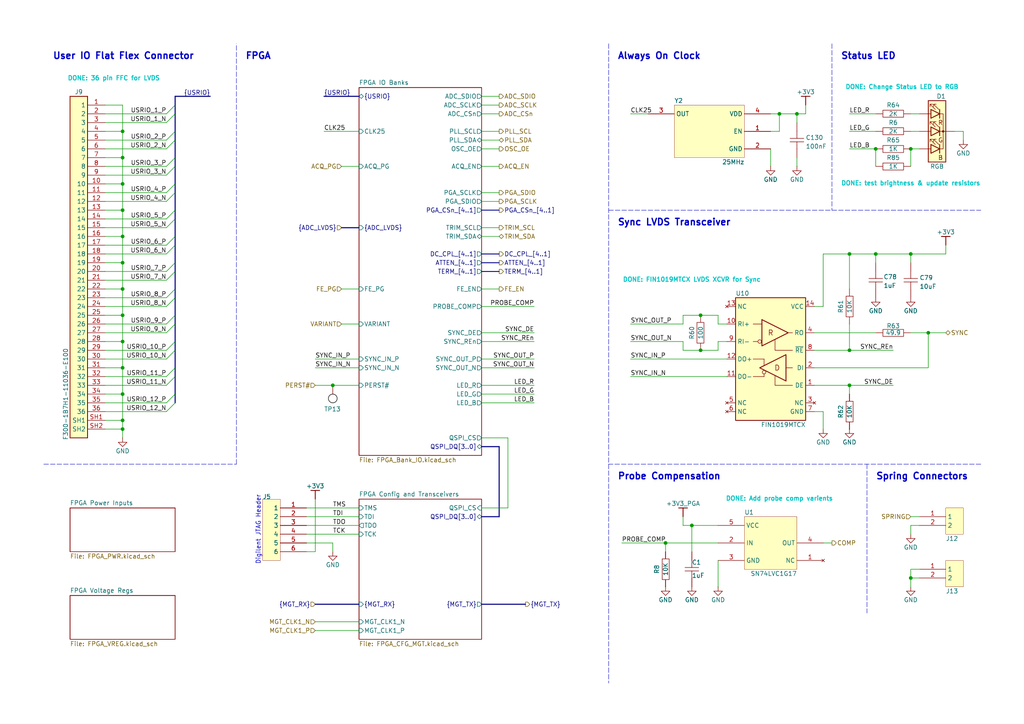
<source format=kicad_sch>
(kicad_sch (version 20250114) (generator "eeschema") (generator_version "9.0")
  (paper "A4")
  (title_block (title "ThunderScope") (rev "5") (company "EEVengers") (comment 1 "Aleksa Bjelogrlic"))
  (lib_symbols
    (symbol "Thunderscope_Rev5:+3V3_BAR" (power)
      (property "Value" "+3V3" (at 0 -3.81 0))
      (symbol "+3V3_BAR_0_0"
        (pin power_in line (at 0 0 0) (length 0) (hide yes) (name "+3V3") (number ""))
      )
    )
    (symbol "Thunderscope_Rev5:+3V3_IO_BAR" (power)
      (property "Value" "+3V3_IO" (at 0 -3.81 0))
      (symbol "+3V3_IO_BAR_0_0"
        (pin power_in line (at 0 0 0) (length 0) (hide yes) (name "+3V3_IO") (number ""))
      )
    )
    (symbol "Thunderscope_Rev5:+3V3_PGA_BAR" (power)
      (property "Value" "+3V3_PGA" (at 0 -3.81 0))
      (symbol "+3V3_PGA_BAR_0_0"
        (pin power_in line (at 0 0 0) (length 0) (hide yes) (name "+3V3_PGA") (number ""))
      )
    )
    (symbol "Thunderscope_Rev5:CAP 100nF 16V X7R 0402" (pin_numbers (hide yes)) (pin_names (hide yes))
      (property "Reference" "C" (at 0 0 0))
      (property "Value" "100nF" (at 0 0 0))
      (symbol "CAP 100nF 16V X7R 0402_1_0"
        (pin passive line (at 0 5.08 270) (length 2.54) (name "2") (number "2"))
        (pin passive line (at 0 -5.08 90) (length 2.54) (name "1") (number "1"))
      )
    )
    (symbol "Thunderscope_Rev5:CAP 10uF 25V X5R 0603" (pin_numbers (hide yes)) (pin_names (hide yes))
      (property "Reference" "C" (at 0 0 0))
      (property "Value" "10uF" (at 0 0 0))
      (symbol "CAP 10uF 25V X5R 0603_1_0"
        (pin passive line (at 0 5.08 270) (length 2.54) (name "2") (number "2"))
        (pin passive line (at 0 -5.08 90) (length 2.54) (name "1") (number "1"))
      )
    )
    (symbol "Thunderscope_Rev5:CAP 1uF 25V X5R 0402" (pin_numbers (hide yes)) (pin_names (hide yes))
      (property "Reference" "C" (at 0 0 0))
      (property "Value" "1uF" (at 0 0 0))
      (symbol "CAP 1uF 25V X5R 0402_1_0"
        (pin passive line (at 0 5.08 270) (length 2.54) (name "1") (number "1"))
        (pin passive line (at 0 -5.08 90) (length 2.54) (name "2") (number "2"))
      )
    )
    (symbol "Thunderscope_Rev5:CONN 2.54mm 6 Pin TH RA"
      (property "Reference" "J" (at 0 0 0))
      (property "Value" "2.54mm 6 Pin TH" (at 0 0 0))
      (symbol "CONN 2.54mm 6 Pin TH RA_1_0"
        (pin passive line (at 10.16 2.54 180) (length 7.62) (name "1") (number "1"))
        (pin passive line (at 10.16 0 180) (length 7.62) (name "2") (number "2"))
        (pin passive line (at 10.16 -2.54 180) (length 7.62) (name "3") (number "3"))
        (pin passive line (at 10.16 -5.08 180) (length 7.62) (name "4") (number "4"))
        (pin passive line (at 10.16 -7.62 180) (length 7.62) (name "5") (number "5"))
        (pin passive line (at 10.16 -10.16 180) (length 7.62) (name "6") (number "6"))
      )
    )
    (symbol "Thunderscope_Rev5:CONN FFC BOTTOM 36POS 0.5MM RA"
      (property "Reference" "J" (at 2.54 1.27 0))
      (property "Value" "F300-1B7H1-11036-E100" (at 2.54 -100.584 0))
      (symbol "CONN FFC BOTTOM 36POS 0.5MM RA_1_1"
        (pin passive line (at 10.16 -2.54 180) (length 5.08) (name "1") (number "1"))
        (pin passive line (at 10.16 -5.08 180) (length 5.08) (name "2") (number "2"))
        (pin passive line (at 10.16 -7.62 180) (length 5.08) (name "3") (number "3"))
        (pin passive line (at 10.16 -10.16 180) (length 5.08) (name "4") (number "4"))
        (pin passive line (at 10.16 -12.7 180) (length 5.08) (name "5") (number "5"))
        (pin passive line (at 10.16 -15.24 180) (length 5.08) (name "6") (number "6"))
        (pin passive line (at 10.16 -17.78 180) (length 5.08) (name "7") (number "7"))
        (pin passive line (at 10.16 -20.32 180) (length 5.08) (name "8") (number "8"))
        (pin passive line (at 10.16 -22.86 180) (length 5.08) (name "9") (number "9"))
        (pin passive line (at 10.16 -25.4 180) (length 5.08) (name "10") (number "10"))
        (pin passive line (at 10.16 -27.94 180) (length 5.08) (name "11") (number "11"))
        (pin passive line (at 10.16 -30.48 180) (length 5.08) (name "12") (number "12"))
        (pin passive line (at 10.16 -33.02 180) (length 5.08) (name "13") (number "13"))
        (pin passive line (at 10.16 -35.56 180) (length 5.08) (name "14") (number "14"))
        (pin passive line (at 10.16 -38.1 180) (length 5.08) (name "15") (number "15"))
        (pin passive line (at 10.16 -40.64 180) (length 5.08) (name "16") (number "16"))
        (pin passive line (at 10.16 -43.18 180) (length 5.08) (name "17") (number "17"))
        (pin passive line (at 10.16 -45.72 180) (length 5.08) (name "18") (number "18"))
        (pin passive line (at 10.16 -48.26 180) (length 5.08) (name "19") (number "19"))
        (pin passive line (at 10.16 -50.8 180) (length 5.08) (name "20") (number "20"))
        (pin passive line (at 10.16 -53.34 180) (length 5.08) (name "21") (number "21"))
        (pin passive line (at 10.16 -55.88 180) (length 5.08) (name "22") (number "22"))
        (pin passive line (at 10.16 -58.42 180) (length 5.08) (name "23") (number "23"))
        (pin passive line (at 10.16 -60.96 180) (length 5.08) (name "24") (number "24"))
        (pin passive line (at 10.16 -63.5 180) (length 5.08) (name "25") (number "25"))
        (pin passive line (at 10.16 -66.04 180) (length 5.08) (name "26") (number "26"))
        (pin passive line (at 10.16 -68.58 180) (length 5.08) (name "27") (number "27"))
        (pin passive line (at 10.16 -71.12 180) (length 5.08) (name "28") (number "28"))
        (pin passive line (at 10.16 -73.66 180) (length 5.08) (name "29") (number "29"))
        (pin passive line (at 10.16 -76.2 180) (length 5.08) (name "30") (number "30"))
        (pin passive line (at 10.16 -78.74 180) (length 5.08) (name "31") (number "31"))
        (pin passive line (at 10.16 -81.28 180) (length 5.08) (name "32") (number "32"))
        (pin passive line (at 10.16 -83.82 180) (length 5.08) (name "33") (number "33"))
        (pin passive line (at 10.16 -86.36 180) (length 5.08) (name "34") (number "34"))
        (pin passive line (at 10.16 -88.9 180) (length 5.08) (name "35") (number "35"))
        (pin passive line (at 10.16 -91.44 180) (length 5.08) (name "36") (number "36"))
        (pin passive line (at 10.16 -93.98 180) (length 5.08) (name "SH1") (number "SH1"))
        (pin passive line (at 10.16 -96.52 180) (length 5.08) (name "SH2") (number "SH2"))
      )
    )
    (symbol "Thunderscope_Rev5:CONN SPRING 2 PIN"
      (property "Reference" "J" (at 0 0 0))
      (property "Value" "009155002852006" (at 0 0 0))
      (symbol "CONN SPRING 2 PIN_1_0"
        (pin passive line (at 10.16 0 180) (length 7.62) (name "2") (number "2"))
        (pin passive line (at 10.16 -2.54 180) (length 7.62) (name "1") (number "1"))
      )
    )
    (symbol "Thunderscope_Rev5:GND" (power) (pin_numbers (hide yes)) (pin_names (offset 0) (hide yes))
      (property "Value" "GND" (at 0 -3.81 0))
      (symbol "GND_1_1"
        (pin power_in line (at 0 0 270) (length 0) (name "~") (number "1"))
      )
    )
    (symbol "Thunderscope_Rev5:IC BUFFER SN74LVC1G17"
      (property "Reference" "U" (at 0 0 0))
      (property "Value" "SN74LVC1G17" (at 0 0 0))
      (symbol "IC BUFFER SN74LVC1G17_1_0"
        (pin output line (at -15.24 0 0) (length 7.62) (name "OUT") (number "4"))
        (pin no_connect line (at -15.24 -5.08 0) (length 7.62) (name "NC") (number "1"))
        (pin power_in line (at 15.24 5.08 180) (length 7.62) (name "VCC") (number "5"))
        (pin input line (at 15.24 0 180) (length 7.62) (name "IN") (number "2"))
        (pin power_in line (at 15.24 -5.08 180) (length 7.62) (name "GND") (number "3"))
      )
    )
    (symbol "Thunderscope_Rev5:IC LVDS XCVR FIN1019MTCX"
      (property "Reference" "U" (at 0 3.556 0))
      (property "Value" "FIN1019MTCX" (at 20.32 -34.544 0))
      (symbol "IC LVDS XCVR FIN1019MTCX_0_0"
        (text "D" (at 8.255 -17.78 0) (effects (font (size 1.524 1.524))))
        (text "R" (at 10.16 -7.62 0) (effects (font (size 1.524 1.524))))
      )
      (symbol "IC LVDS XCVR FIN1019MTCX_1_1"
        (pin power_in line (at -2.54 0 0) (length 2.54) (name "VCC") (number "14"))
        (pin tri_state line (at -2.54 -7.62 0) (length 2.54) (name "RO") (number "4"))
        (pin input line (at -2.54 -12.7 0) (length 2.54) (name "~{RE}") (number "8"))
        (pin input line (at -2.54 -17.78 0) (length 2.54) (name "DI") (number "2"))
        (pin input line (at -2.54 -22.86 0) (length 2.54) (name "DE") (number "1"))
        (pin no_connect line (at -2.54 -27.94 0) (length 2.54) (name "NC") (number "3"))
        (pin power_in line (at -2.54 -30.48 0) (length 2.54) (name "GND") (number "7"))
        (pin no_connect line (at 22.86 0 180) (length 2.54) (name "NC") (number "13"))
        (pin input line (at 22.86 -5.08 180) (length 2.54) (name "RI+") (number "10"))
        (pin input line (at 22.86 -10.16 180) (length 2.54) (name "RI-") (number "9"))
        (pin tri_state line (at 22.86 -15.24 180) (length 2.54) (name "DO+") (number "12"))
        (pin tri_state line (at 22.86 -20.32 180) (length 2.54) (name "DO-") (number "11"))
        (pin no_connect line (at 22.86 -27.94 180) (length 2.54) (name "NC") (number "5"))
        (pin no_connect line (at 22.86 -30.48 180) (length 2.54) (name "NC") (number "6"))
      )
    )
    (symbol "Thunderscope_Rev5:LED RGB 1204 APFA3010LSEKJ3ZGKQBC" (pin_numbers (hide yes)) (pin_names (hide yes))
      (property "Reference" "D" (at -2.032 10.16 0))
      (property "Value" "RGB" (at 0 -10.16 0))
      (symbol "LED RGB 1204 APFA3010LSEKJ3ZGKQBC_0_0"
        (text "R" (at 1.016 2.54 0) (effects (font (size 1.27 1.27))))
        (text "G" (at 1.016 -2.54 0) (effects (font (size 1.27 1.27))))
        (text "B" (at 1.016 -7.62 0) (effects (font (size 1.27 1.27))))
      )
      (symbol "LED RGB 1204 APFA3010LSEKJ3ZGKQBC_1_1"
        (pin input line (at -5.08 5.08 0) (length 2.54) (name "R") (number "1"))
        (pin input line (at -5.08 0 0) (length 2.54) (name "G") (number "3"))
        (pin input line (at -5.08 -5.08 0) (length 2.54) (name "B") (number "4"))
        (pin power_in line (at 5.08 0 180) (length 2.54) (name "A") (number "2"))
      )
    )
    (symbol "Thunderscope_Rev5:OSC 25MHz ECS-TXO-2016"
      (property "Reference" "Y" (at 0 0 0))
      (property "Value" "25MHz" (at 0 0 0))
      (symbol "OSC 25MHz ECS-TXO-2016_1_0"
        (pin power_in line (at -17.78 5.08 0) (length 7.62) (name "VDD") (number "4"))
        (pin passive line (at -17.78 0 0) (length 7.62) (name "EN") (number "1"))
        (pin power_in line (at -17.78 -5.08 0) (length 7.62) (name "GND") (number "2"))
        (pin passive line (at 17.78 5.08 180) (length 7.62) (name "OUT") (number "3"))
      )
    )
    (symbol "Thunderscope_Rev5:RES 100 OHM 1% 1/10W 0402" (pin_numbers (hide yes)) (pin_names (hide yes))
      (property "Reference" "R" (at 0 0 0))
      (property "Value" "100" (at 0 0 0))
      (symbol "RES 100 OHM 1% 1/10W 0402_1_0"
        (pin passive line (at -5.08 0 0) (length 2) (name "1") (number "1"))
        (pin passive line (at 5.08 0 180) (length 2) (name "2") (number "2"))
      )
    )
    (symbol "Thunderscope_Rev5:RES 10K OHM 1% 1/10W 0402" (pin_numbers (hide yes)) (pin_names (hide yes))
      (property "Reference" "R" (at 0 0 0))
      (property "Value" "10K" (at 0 0 0))
      (symbol "RES 10K OHM 1% 1/10W 0402_1_0"
        (pin passive line (at -5.08 0 0) (length 2) (name "2") (number "2"))
        (pin passive line (at 5.08 0 180) (length 2) (name "1") (number "1"))
      )
    )
    (symbol "Thunderscope_Rev5:RES 1K OHM 1% 1/10W 0402" (pin_numbers (hide yes)) (pin_names (hide yes))
      (property "Reference" "R" (at 0 0 0))
      (property "Value" "1K" (at 0 0 0))
      (symbol "RES 1K OHM 1% 1/10W 0402_1_0"
        (pin passive line (at 0 5.08 270) (length 2) (name "1") (number "1"))
        (pin passive line (at 0 -5.08 90) (length 2) (name "2") (number "2"))
      )
    )
    (symbol "Thunderscope_Rev5:RES 2K OHM 1% 1/16W 0402" (pin_numbers (hide yes)) (pin_names (hide yes))
      (property "Reference" "R" (at 0 0 0))
      (property "Value" "2K" (at 0 0 0))
      (symbol "RES 2K OHM 1% 1/16W 0402_1_0"
        (pin passive line (at -5.08 0 0) (length 2) (name "2") (number "2"))
        (pin passive line (at 5.08 0 180) (length 2) (name "1") (number "1"))
      )
    )
    (symbol "Thunderscope_Rev5:RES 49.9 OHM 1% 1/10W 0402" (pin_numbers (hide yes)) (pin_names (hide yes))
      (property "Reference" "R" (at 0 0 0))
      (property "Value" "49.9" (at 0 0 0))
      (symbol "RES 49.9 OHM 1% 1/10W 0402_1_0"
        (pin passive line (at -5.08 0 0) (length 2) (name "1") (number "1"))
        (pin passive line (at 5.08 0 180) (length 2) (name "2") (number "2"))
      )
    )
    (symbol "Thunderscope_Rev5:TP PCB 1mm" (pin_numbers (hide yes)) (pin_names (hide yes))
      (property "Reference" "T" (at 0 0 0))
      (symbol "TP PCB 1mm_1_0"
        (pin passive line (at 0 0 0) (length 2.54) (name "1") (number "1"))
      )
    )
  )
  (bus_alias "USRIO" (members "USRIO_1_P" "USRIO_1_N" "USRIO_2_P" "USRIO_2_N" "USRIO_3_P" "USRIO_3_N" "USRIO_4_P" "USRIO_4_N" "USRIO_5_P" "USRIO_5_N" "USRIO_6_P" "USRIO_6_N" "USRIO_7_P" "USRIO_7_N" "USRIO_8_P" "USRIO_8_N" "USRIO_9_P" "USRIO_9_N" "USRIO_10_P" "USRIO_10_N" "USRIO_11_P" "USRIO_11_N" "USRIO_12_P" "USRIO_12_N"))
  (text "DONE: Add probe comp varients" (at 226.06 144.78 0) (effects (font (size 1.27 1.27) (thickness 0.254) (bold yes))))
  (text "Always On Clock" (at 179.07 15.24 0) (effects (font (size 1.905 1.905) (thickness 0.381) (bold yes)) (justify left top)))
  (text "Sync LVDS Transceiver " (at 179.07 63.5 0) (effects (font (size 1.905 1.905) (thickness 0.381) (bold yes)) (justify left top)))
  (text "DONE: test brightness & update resistors" (at 264.16 53.34 0) (effects (font (size 1.27 1.27) (thickness 0.254) (bold yes))))
  (text "Spring Connectors" (at 254 137.16 0) (effects (font (size 1.905 1.905) (thickness 0.381) (bold yes)) (justify left top)))
  (text "User IO Flat Flex Connector" (at 15.24 15.24 0) (effects (font (size 1.905 1.905) (thickness 0.381) (bold yes)) (justify left top)))
  (text "Status LED" (at 243.84 15.24 0) (effects (font (size 1.905 1.905) (thickness 0.381) (bold yes)) (justify left top)))
  (text "Probe Compensation" (at 179.07 137.16 0) (effects (font (size 1.905 1.905) (thickness 0.381) (bold yes)) (justify left top)))
  (text "DONE: FIN1019MTCX LVDS XCVR for Sync" (at 200.66 81.28 0) (effects (font (size 1.27 1.27) (thickness 0.254) (bold yes))))
  (text "Digilent JTAG Header" (at 74.93 153.67 90) (effects (font (size 1.27 1.27))))
  (text "DONE: Change Status LED to RGB" (at 261.62 25.4 0) (effects (font (size 1.27 1.27) (thickness 0.254) (bold yes))))
  (text "FPGA" (at 71.12 15.24 0) (effects (font (size 1.905 1.905) (thickness 0.381) (bold yes)) (justify left top)))
  (text "DONE: 36 pin FFC for LVDS" (at 33.02 22.86 0) (effects (font (size 1.27 1.27) (thickness 0.254) (bold yes))))
  (junction (at 203.2 101.6))
  (junction (at 246.38 111.76))
  (junction (at 35.56 60.96))
  (junction (at 35.56 124.46))
  (junction (at 35.56 121.92))
  (junction (at 226.06 33.02))
  (junction (at 203.2 91.44))
  (junction (at 231.14 33.02))
  (junction (at 35.56 83.82))
  (junction (at 269.24 96.52))
  (junction (at 96.52 111.76))
  (junction (at 193.04 157.48))
  (junction (at 35.56 76.2))
  (junction (at 35.56 38.1))
  (junction (at 264.16 43.18))
  (junction (at 254 73.66))
  (junction (at 35.56 106.68))
  (junction (at 264.16 73.66))
  (junction (at 35.56 91.44))
  (junction (at 35.56 99.06))
  (junction (at 35.56 68.58))
  (junction (at 35.56 114.3))
  (junction (at 246.38 101.6))
  (junction (at 35.56 45.72))
  (junction (at 264.16 167.64))
  (junction (at 246.38 73.66))
  (junction (at 254 43.18))
  (junction (at 35.56 53.34))
  (junction (at 200.66 152.4))
  (bus_entry (at 50.8 101.6) (size -2.54 2.54))
  (bus_entry (at 50.8 55.88) (size -2.54 2.54))
  (bus_entry (at 50.8 68.58) (size -2.54 2.54))
  (bus_entry (at 50.8 71.12) (size -2.54 2.54))
  (bus_entry (at 50.8 76.2) (size -2.54 2.54))
  (bus_entry (at 50.8 60.96) (size -2.54 2.54))
  (bus_entry (at 50.8 63.5) (size -2.54 2.54))
  (bus_entry (at 50.8 38.1) (size -2.54 2.54))
  (bus_entry (at 50.8 106.68) (size -2.54 2.54))
  (bus_entry (at 50.8 30.48) (size -2.54 2.54))
  (bus_entry (at 50.8 45.72) (size -2.54 2.54))
  (bus_entry (at 50.8 40.64) (size -2.54 2.54))
  (bus_entry (at 50.8 99.06) (size -2.54 2.54))
  (bus_entry (at 50.8 86.36) (size -2.54 2.54))
  (bus_entry (at 50.8 53.34) (size -2.54 2.54))
  (bus_entry (at 50.8 78.74) (size -2.54 2.54))
  (bus_entry (at 50.8 83.82) (size -2.54 2.54))
  (bus_entry (at 50.8 116.84) (size -2.54 2.54))
  (bus_entry (at 50.8 48.26) (size -2.54 2.54))
  (bus_entry (at 50.8 93.98) (size -2.54 2.54))
  (bus_entry (at 50.8 114.3) (size -2.54 2.54))
  (bus_entry (at 50.8 109.22) (size -2.54 2.54))
  (bus_entry (at 50.8 91.44) (size -2.54 2.54))
  (bus_entry (at 50.8 33.02) (size -2.54 2.54))
  (wire (pts (xy 187.96 33.02) (xy 182.88 33.02)))
  (wire (pts (xy 139.7 68.58) (xy 144.78 68.58)))
  (wire (pts (xy 269.24 106.68) (xy 269.24 96.52)))
  (wire (pts (xy 154.94 116.84) (xy 139.7 116.84)))
  (wire (pts (xy 236.22 106.68) (xy 269.24 106.68)))
  (bus (pts (xy 50.8 114.3) (xy 50.8 116.84)))
  (wire (pts (xy 264.16 167.64) (xy 264.16 165.1)))
  (bus (pts (xy 50.8 27.94) (xy 50.8 30.48)))
  (wire (pts (xy 88.9 152.4) (xy 104.14 152.4)))
  (bus (pts (xy 50.8 71.12) (xy 50.8 76.2)))
  (wire (pts (xy 198.12 101.6) (xy 203.2 101.6)))
  (wire (pts (xy 139.7 99.06) (xy 154.94 99.06)))
  (wire (pts (xy 35.56 99.06) (xy 30.48 99.06)))
  (wire (pts (xy 236.22 119.38) (xy 238.76 119.38)))
  (wire (pts (xy 35.56 45.72) (xy 30.48 45.72)))
  (wire (pts (xy 266.7 165.1) (xy 264.16 165.1)))
  (wire (pts (xy 246.38 114.3) (xy 246.38 111.76)))
  (wire (pts (xy 223.52 48.26) (xy 223.52 43.18)))
  (wire (pts (xy 35.56 68.58) (xy 30.48 68.58)))
  (wire (pts (xy 48.26 73.66) (xy 30.48 73.66)))
  (wire (pts (xy 154.94 106.68) (xy 139.7 106.68)))
  (bus (pts (xy 50.8 30.48) (xy 50.8 33.02)))
  (wire (pts (xy 208.28 101.6) (xy 208.28 99.06)))
  (bus (pts (xy 50.8 76.2) (xy 50.8 78.74)))
  (wire (pts (xy 91.44 106.68) (xy 104.14 106.68)))
  (wire (pts (xy 139.7 33.02) (xy 144.78 33.02)))
  (wire (pts (xy 274.32 71.12) (xy 274.32 73.66)))
  (wire (pts (xy 91.44 182.88) (xy 104.14 182.88)))
  (bus (pts (xy 50.8 45.72) (xy 50.8 48.26)))
  (bus (pts (xy 50.8 38.1) (xy 50.8 40.64)))
  (polyline (pts (xy 284.48 134.62) (xy 176.53 134.62)) (stroke (width 0.127) (type dash)))
  (wire (pts (xy 223.52 33.02) (xy 226.06 33.02)))
  (wire (pts (xy 254 73.66) (xy 264.16 73.66)))
  (wire (pts (xy 238.76 119.38) (xy 238.76 124.46)))
  (wire (pts (xy 276.86 38.1) (xy 279.4 38.1)))
  (bus (pts (xy 50.8 48.26) (xy 50.8 53.34)))
  (wire (pts (xy 246.38 101.6) (xy 259.08 101.6)))
  (wire (pts (xy 147.32 147.32) (xy 139.7 147.32)))
  (wire (pts (xy 264.16 170.18) (xy 264.16 167.64)))
  (wire (pts (xy 35.56 114.3) (xy 30.48 114.3)))
  (wire (pts (xy 144.78 58.42) (xy 139.7 58.42)))
  (wire (pts (xy 139.7 96.52) (xy 154.94 96.52)))
  (wire (pts (xy 264.16 33.02) (xy 266.7 33.02)))
  (wire (pts (xy 48.26 55.88) (xy 30.48 55.88)))
  (wire (pts (xy 35.56 53.34) (xy 35.56 60.96)))
  (wire (pts (xy 99.06 48.26) (xy 104.14 48.26)))
  (wire (pts (xy 139.7 43.18) (xy 144.78 43.18)))
  (bus (pts (xy 50.8 99.06) (xy 50.8 101.6)))
  (bus (pts (xy 139.7 76.2) (xy 144.78 76.2)) (stroke (width 0.254)))
  (wire (pts (xy 226.06 33.02) (xy 231.14 33.02)))
  (wire (pts (xy 264.16 152.4) (xy 264.16 154.94)))
  (wire (pts (xy 48.26 63.5) (xy 30.48 63.5)))
  (bus (pts (xy 144.78 129.54) (xy 144.78 149.86)))
  (wire (pts (xy 279.4 38.1) (xy 279.4 40.64)))
  (wire (pts (xy 154.94 111.76) (xy 139.7 111.76)))
  (wire (pts (xy 35.56 114.3) (xy 35.56 121.92)))
  (wire (pts (xy 274.32 73.66) (xy 264.16 73.66)))
  (wire (pts (xy 48.26 33.02) (xy 30.48 33.02)))
  (wire (pts (xy 233.68 30.48) (xy 233.68 33.02)))
  (wire (pts (xy 35.56 106.68) (xy 35.56 114.3)))
  (wire (pts (xy 236.22 111.76) (xy 246.38 111.76)))
  (wire (pts (xy 48.26 104.14) (xy 30.48 104.14)))
  (polyline (pts (xy 176.53 12.7) (xy 176.53 198.12)) (stroke (width 0.127) (type dash)))
  (wire (pts (xy 210.82 109.22) (xy 182.88 109.22)))
  (wire (pts (xy 91.44 180.34) (xy 104.14 180.34)))
  (wire (pts (xy 246.38 33.02) (xy 254 33.02)))
  (wire (pts (xy 48.26 78.74) (xy 30.48 78.74)))
  (bus (pts (xy 50.8 55.88) (xy 50.8 60.96)))
  (wire (pts (xy 144.78 48.26) (xy 139.7 48.26)))
  (wire (pts (xy 264.16 96.52) (xy 269.24 96.52)))
  (wire (pts (xy 96.52 157.48) (xy 96.52 160.02)))
  (wire (pts (xy 246.38 111.76) (xy 259.08 111.76)))
  (polyline (pts (xy 241.3 12.7) (xy 241.3 60.96)) (stroke (width 0.127) (type dash)))
  (wire (pts (xy 35.56 91.44) (xy 30.48 91.44)))
  (wire (pts (xy 266.7 152.4) (xy 264.16 152.4)))
  (wire (pts (xy 48.26 111.76) (xy 30.48 111.76)))
  (polyline (pts (xy 251.46 134.62) (xy 251.46 177.8)) (stroke (width 0.127) (type dash)))
  (wire (pts (xy 104.14 38.1) (xy 93.98 38.1)))
  (polyline (pts (xy 68.58 134.62) (xy 68.58 12.7)) (stroke (width 0.127) (type dash)))
  (bus (pts (xy 50.8 109.22) (xy 50.8 114.3)))
  (bus (pts (xy 139.7 175.26) (xy 152.4 175.26)))
  (wire (pts (xy 35.56 38.1) (xy 35.56 45.72)))
  (wire (pts (xy 48.26 40.64) (xy 30.48 40.64)))
  (wire (pts (xy 48.26 50.8) (xy 30.48 50.8)))
  (wire (pts (xy 246.38 43.18) (xy 254 43.18)))
  (wire (pts (xy 139.7 88.9) (xy 154.94 88.9)))
  (wire (pts (xy 198.12 152.4) (xy 200.66 152.4)))
  (wire (pts (xy 241.3 157.48) (xy 238.76 157.48)))
  (wire (pts (xy 48.26 116.84) (xy 30.48 116.84)))
  (wire (pts (xy 48.26 35.56) (xy 30.48 35.56)))
  (bus (pts (xy 139.7 129.54) (xy 144.78 129.54)))
  (wire (pts (xy 236.22 101.6) (xy 246.38 101.6)))
  (wire (pts (xy 193.04 157.48) (xy 208.28 157.48)))
  (wire (pts (xy 198.12 93.98) (xy 198.12 91.44)))
  (wire (pts (xy 226.06 38.1) (xy 226.06 33.02)))
  (wire (pts (xy 48.26 86.36) (xy 30.48 86.36)))
  (wire (pts (xy 91.44 104.14) (xy 104.14 104.14)))
  (wire (pts (xy 231.14 33.02) (xy 231.14 35.56)))
  (wire (pts (xy 198.12 93.98) (xy 182.88 93.98)))
  (wire (pts (xy 238.76 73.66) (xy 246.38 73.66)))
  (wire (pts (xy 264.16 38.1) (xy 266.7 38.1)))
  (wire (pts (xy 223.52 38.1) (xy 226.06 38.1)))
  (wire (pts (xy 48.26 43.18) (xy 30.48 43.18)))
  (wire (pts (xy 35.56 121.92) (xy 30.48 121.92)))
  (wire (pts (xy 35.56 83.82) (xy 30.48 83.82)))
  (wire (pts (xy 35.56 127) (xy 35.56 124.46)))
  (wire (pts (xy 48.26 66.04) (xy 30.48 66.04)))
  (wire (pts (xy 264.16 73.66) (xy 264.16 76.2)))
  (wire (pts (xy 254 73.66) (xy 254 76.2)))
  (wire (pts (xy 96.52 111.76) (xy 104.14 111.76)))
  (wire (pts (xy 35.56 83.82) (xy 35.56 91.44)))
  (wire (pts (xy 208.28 91.44) (xy 203.2 91.44)))
  (wire (pts (xy 35.56 60.96) (xy 35.56 68.58)))
  (wire (pts (xy 144.78 30.48) (xy 139.7 30.48)))
  (wire (pts (xy 35.56 76.2) (xy 30.48 76.2)))
  (wire (pts (xy 48.26 48.26) (xy 30.48 48.26)))
  (wire (pts (xy 35.56 76.2) (xy 35.56 83.82)))
  (bus (pts (xy 50.8 101.6) (xy 50.8 106.68)))
  (wire (pts (xy 208.28 101.6) (xy 203.2 101.6)))
  (wire (pts (xy 246.38 73.66) (xy 254 73.66)))
  (wire (pts (xy 198.12 91.44) (xy 203.2 91.44)))
  (bus (pts (xy 50.8 83.82) (xy 50.8 86.36)))
  (wire (pts (xy 154.94 114.3) (xy 139.7 114.3)))
  (wire (pts (xy 200.66 152.4) (xy 208.28 152.4)))
  (wire (pts (xy 238.76 73.66) (xy 238.76 88.9)))
  (wire (pts (xy 264.16 149.86) (xy 266.7 149.86)))
  (bus (pts (xy 144.78 78.74) (xy 139.7 78.74)) (stroke (width 0.254)))
  (bus (pts (xy 50.8 27.94) (xy 60.96 27.94)))
  (bus (pts (xy 50.8 78.74) (xy 50.8 83.82)))
  (wire (pts (xy 198.12 99.06) (xy 182.88 99.06)))
  (bus (pts (xy 50.8 40.64) (xy 50.8 45.72)))
  (wire (pts (xy 200.66 152.4) (xy 200.66 160.02)))
  (wire (pts (xy 48.26 71.12) (xy 30.48 71.12)))
  (wire (pts (xy 35.56 124.46) (xy 30.48 124.46)))
  (polyline (pts (xy 176.53 60.96) (xy 284.48 60.96)) (stroke (width 0.127) (type dash)))
  (wire (pts (xy 208.28 91.44) (xy 208.28 93.98)))
  (wire (pts (xy 246.38 93.98) (xy 246.38 101.6)))
  (wire (pts (xy 231.14 33.02) (xy 233.68 33.02)))
  (bus (pts (xy 144.78 73.66) (xy 139.7 73.66)) (stroke (width 0.254)))
  (wire (pts (xy 99.06 83.82) (xy 104.14 83.82)))
  (wire (pts (xy 35.56 38.1) (xy 30.48 38.1)))
  (wire (pts (xy 254 43.18) (xy 254 48.26)))
  (bus (pts (xy 50.8 106.68) (xy 50.8 109.22)))
  (bus (pts (xy 50.8 68.58) (xy 50.8 71.12)))
  (wire (pts (xy 139.7 38.1) (xy 144.78 38.1)))
  (wire (pts (xy 48.26 119.38) (xy 30.48 119.38)))
  (bus (pts (xy 50.8 86.36) (xy 50.8 91.44)))
  (bus (pts (xy 50.8 33.02) (xy 50.8 38.1)))
  (bus (pts (xy 99.06 66.04) (xy 104.14 66.04)))
  (bus (pts (xy 104.14 27.94) (xy 93.98 27.94)))
  (bus (pts (xy 139.7 60.96) (xy 144.78 60.96)) (stroke (width 0.254)))
  (wire (pts (xy 35.56 121.92) (xy 35.56 124.46)))
  (wire (pts (xy 208.28 99.06) (xy 210.82 99.06)))
  (wire (pts (xy 99.06 93.98) (xy 104.14 93.98)))
  (wire (pts (xy 48.26 88.9) (xy 30.48 88.9)))
  (wire (pts (xy 264.16 43.18) (xy 266.7 43.18)))
  (bus (pts (xy 50.8 53.34) (xy 50.8 55.88)))
  (wire (pts (xy 35.56 53.34) (xy 30.48 53.34)))
  (wire (pts (xy 48.26 81.28) (xy 30.48 81.28)))
  (wire (pts (xy 180.34 157.48) (xy 193.04 157.48)))
  (wire (pts (xy 208.28 93.98) (xy 210.82 93.98)))
  (wire (pts (xy 246.38 38.1) (xy 254 38.1)))
  (wire (pts (xy 35.56 30.48) (xy 35.56 38.1)))
  (wire (pts (xy 35.56 45.72) (xy 35.56 53.34)))
  (wire (pts (xy 35.56 68.58) (xy 35.56 76.2)))
  (wire (pts (xy 154.94 104.14) (xy 139.7 104.14)))
  (wire (pts (xy 91.44 160.02) (xy 91.44 144.78)))
  (wire (pts (xy 35.56 99.06) (xy 35.56 106.68)))
  (wire (pts (xy 246.38 73.66) (xy 246.38 83.82)))
  (bus (pts (xy 91.44 175.26) (xy 104.14 175.26)))
  (wire (pts (xy 88.9 160.02) (xy 91.44 160.02)))
  (wire (pts (xy 193.04 157.48) (xy 193.04 160.02)))
  (wire (pts (xy 231.14 48.26) (xy 231.14 45.72)))
  (bus (pts (xy 139.7 149.86) (xy 144.78 149.86)))
  (wire (pts (xy 88.9 154.94) (xy 104.14 154.94)))
  (polyline (pts (xy 12.7 134.62) (xy 68.58 134.62)) (stroke (width 0.127) (type dash)))
  (wire (pts (xy 236.22 88.9) (xy 238.76 88.9)))
  (wire (pts (xy 208.28 162.56) (xy 208.28 170.18)))
  (wire (pts (xy 139.7 83.82) (xy 144.78 83.82)))
  (bus (pts (xy 50.8 91.44) (xy 50.8 93.98)))
  (wire (pts (xy 269.24 96.52) (xy 274.32 96.52)))
  (wire (pts (xy 147.32 127) (xy 147.32 147.32)))
  (wire (pts (xy 91.44 111.76) (xy 96.52 111.76)))
  (wire (pts (xy 139.7 55.88) (xy 144.78 55.88)))
  (bus (pts (xy 50.8 60.96) (xy 50.8 63.5)))
  (wire (pts (xy 48.26 109.22) (xy 30.48 109.22)))
  (wire (pts (xy 139.7 27.94) (xy 144.78 27.94)))
  (wire (pts (xy 48.26 101.6) (xy 30.48 101.6)))
  (wire (pts (xy 35.56 106.68) (xy 30.48 106.68)))
  (wire (pts (xy 48.26 93.98) (xy 30.48 93.98)))
  (wire (pts (xy 198.12 149.86) (xy 198.12 152.4)))
  (wire (pts (xy 254 96.52) (xy 236.22 96.52)))
  (wire (pts (xy 139.7 127) (xy 147.32 127)))
  (bus (pts (xy 50.8 93.98) (xy 50.8 99.06)))
  (wire (pts (xy 48.26 58.42) (xy 30.48 58.42)))
  (wire (pts (xy 88.9 147.32) (xy 104.14 147.32)))
  (wire (pts (xy 139.7 66.04) (xy 144.78 66.04)))
  (wire (pts (xy 144.78 40.64) (xy 139.7 40.64)))
  (wire (pts (xy 48.26 96.52) (xy 30.48 96.52)))
  (wire (pts (xy 88.9 157.48) (xy 96.52 157.48)))
  (wire (pts (xy 266.7 167.64) (xy 264.16 167.64)))
  (wire (pts (xy 88.9 149.86) (xy 104.14 149.86)))
  (wire (pts (xy 264.16 43.18) (xy 264.16 48.26)))
  (wire (pts (xy 35.56 60.96) (xy 30.48 60.96)))
  (wire (pts (xy 198.12 99.06) (xy 198.12 101.6)))
  (wire (pts (xy 30.48 30.48) (xy 35.56 30.48)))
  (wire (pts (xy 210.82 104.14) (xy 182.88 104.14)))
  (wire (pts (xy 35.56 91.44) (xy 35.56 99.06)))
  (bus (pts (xy 50.8 63.5) (xy 50.8 68.58)))
  (label "{USRIO}" (at 93.98 27.94 0))
  (label "USRIO_12_P" (at 48.26 116.84 180))
  (label "USRIO_10_P" (at 48.26 101.6 180))
  (label "SYNC_DE" (at 259.08 111.76 180))
  (label "USRIO_9_N" (at 48.26 96.52 180))
  (label "SYNC_IN_N" (at 91.44 106.68 0))
  (label "USRIO_12_N" (at 48.26 119.38 180))
  (label "USRIO_4_N" (at 48.26 58.42 180))
  (label "LED_B" (at 246.38 43.18 0))
  (label "{USRIO}" (at 60.96 27.94 180))
  (label "SYNC_IN_P" (at 91.44 104.14 0))
  (label "SYNC_REn" (at 259.08 101.6 180))
  (label "CLK25" (at 182.88 33.02 0))
  (label "USRIO_4_P" (at 48.26 55.88 180))
  (label "USRIO_1_N" (at 48.26 35.56 180))
  (label "TMS" (at 96.52 147.32 0))
  (label "USRIO_11_N" (at 48.26 111.76 180))
  (label "USRIO_5_N" (at 48.26 66.04 180))
  (label "SYNC_DE" (at 154.94 96.52 180))
  (label "USRIO_5_P" (at 48.26 63.5 180))
  (label "PROBE_COMP" (at 154.94 88.9 180))
  (label "TDO" (at 96.52 152.4 0))
  (label "CLK25" (at 93.98 38.1 0))
  (label "SYNC_OUT_P" (at 182.88 93.98 0))
  (label "TDI" (at 96.52 149.86 0))
  (label "USRIO_10_N" (at 48.26 104.14 180))
  (label "LED_G" (at 154.94 114.3 180))
  (label "SYNC_OUT_P" (at 154.94 104.14 180))
  (label "USRIO_3_N" (at 48.26 50.8 180))
  (label "SYNC_REn" (at 154.94 99.06 180))
  (label "SYNC_OUT_N" (at 182.88 99.06 0))
  (label "TCK" (at 96.52 154.94 0))
  (label "USRIO_7_P" (at 48.26 78.74 180))
  (label "USRIO_2_P" (at 48.26 40.64 180))
  (label "PROBE_COMP" (at 180.34 157.48 0))
  (label "USRIO_7_N" (at 48.26 81.28 180))
  (label "SYNC_OUT_N" (at 154.94 106.68 180))
  (label "USRIO_2_N" (at 48.26 43.18 180))
  (label "USRIO_6_P" (at 48.26 71.12 180))
  (label "USRIO_3_P" (at 48.26 48.26 180))
  (label "SYNC_IN_N" (at 182.88 109.22 0))
  (label "LED_R" (at 246.38 33.02 0))
  (label "LED_R" (at 154.94 111.76 180))
  (label "LED_B" (at 154.94 116.84 180))
  (label "USRIO_8_N" (at 48.26 88.9 180))
  (label "USRIO_11_P" (at 48.26 109.22 180))
  (label "USRIO_6_N" (at 48.26 73.66 180))
  (label "SYNC_IN_P" (at 182.88 104.14 0))
  (label "USRIO_1_P" (at 48.26 33.02 180))
  (label "USRIO_8_P" (at 48.26 86.36 180))
  (label "USRIO_9_P" (at 48.26 93.98 180))
  (label "LED_G" (at 246.38 38.1 0))
  (hierarchical_label "PLL_SDA" (shape bidirectional) (at 144.78 40.64 0))
  (hierarchical_label "ACQ_PG" (shape input) (at 99.06 48.26 180))
  (hierarchical_label "SPRING" (shape input) (at 264.16 149.86 180))
  (hierarchical_label "ATTEN_[4..1]" (shape output) (at 144.78 76.2 0))
  (hierarchical_label "FE_PG" (shape input) (at 99.06 83.82 180))
  (hierarchical_label "MGT_CLK1_P" (shape input) (at 91.44 182.88 180))
  (hierarchical_label "SYNC" (shape bidirectional) (at 274.32 96.52 0))
  (hierarchical_label "DC_CPL_[4..1]" (shape output) (at 144.78 73.66 0))
  (hierarchical_label "{ADC_LVDS}" (shape input) (at 99.06 66.04 180))
  (hierarchical_label "ADC_SDIO" (shape output) (at 144.78 27.94 0))
  (hierarchical_label "{MGT_TX}" (shape output) (at 152.4 175.26 0))
  (hierarchical_label "TRIM_SCL" (shape output) (at 144.78 66.04 0))
  (hierarchical_label "{MGT_RX}" (shape input) (at 91.44 175.26 180))
  (hierarchical_label "TRIM_SDA" (shape bidirectional) (at 144.78 68.58 0))
  (hierarchical_label "TERM_[4..1]" (shape output) (at 144.78 78.74 0))
  (hierarchical_label "ADC_SCLK" (shape output) (at 144.78 30.48 0))
  (hierarchical_label "PGA_SCLK" (shape output) (at 144.78 58.42 0))
  (hierarchical_label "FE_EN" (shape output) (at 144.78 83.82 0))
  (hierarchical_label "PLL_SCL" (shape output) (at 144.78 38.1 0))
  (hierarchical_label "PGA_CSn_[4..1]" (shape output) (at 144.78 60.96 0))
  (hierarchical_label "COMP" (shape output) (at 241.3 157.48 0))
  (hierarchical_label "ADC_CSn" (shape output) (at 144.78 33.02 0))
  (hierarchical_label "PERST#" (shape input) (at 91.44 111.76 180))
  (hierarchical_label "ACQ_EN" (shape output) (at 144.78 48.26 0))
  (hierarchical_label "VARIANT" (shape input) (at 99.06 93.98 180))
  (hierarchical_label "MGT_CLK1_N" (shape input) (at 91.44 180.34 180))
  (hierarchical_label "OSC_OE" (shape output) (at 144.78 43.18 0))
  (hierarchical_label "PGA_SDIO" (shape output) (at 144.78 55.88 0))
  (symbol (lib_id "Thunderscope_Rev5:RES 10K OHM 1% 1/10W 0402") (at 246.38 119.38 270) (mirror x) (unit 1)
    (property "Reference" "R62" (at 243.84 119.38 0))
    (property "Value" "10K" (at 246.38 119.38 0))
    (property "Footprint" "Thunderscope_Rev5:GEN_R_0402" (effects (hide yes)))
    (property "TOLERANCE" "1%" (effects (hide yes)))
    (property "PACKAGE" "0402" (effects (hide yes)))
    (property "SUPPLIER 1" "Mouser" (effects (hide yes)))
    (property "SUPPLIER PART NUMBER 1" "667-ERJ-2RKF1002X" (effects (hide yes)))
    (property "MANUFACTURER" "Panasonic" (effects (hide yes)))
    (property "MANUFACTURER PART NUMBER" "ERJ-2RKF1002X" (effects (hide yes)))
  )
  (symbol (lib_id "Thunderscope_Rev5:RES 2K OHM 1% 1/16W 0402") (at 259.08 33.02 0) (mirror y) (unit 1)
    (property "Reference" "R64" (at 259.08 30.48 0))
    (property "Value" "2K" (at 259.08 33.02 0))
    (property "Footprint" "Thunderscope_Rev5:GEN_R_0402" (effects (hide yes)))
    (property "TOLERANCE" "1%" (effects (hide yes)))
    (property "PACKAGE" "0402" (effects (hide yes)))
    (property "SUPPLIER 1" "Mouser" (effects (hide yes)))
    (property "SUPPLIER PART NUMBER 1" "603-RC0402FR-072KL" (effects (hide yes)))
    (property "MANUFACTURER" "Yageo" (effects (hide yes)))
    (property "MANUFACTURER PART NUMBER" "RC0402FR-072KL" (effects (hide yes)))
  )
  (symbol (lib_id "Thunderscope_Rev5:CONN SPRING 2 PIN") (at 276.86 167.64 180) (unit 1)
    (property "Reference" "J13" (at 274.32 171.45 0) (effects (justify right)))
    (property "Value" "009155002852006" (effects (hide yes)))
    (property "Footprint" "Thunderscope_Rev5:KYO_009155002852006" (effects (hide yes)))
    (property "SUPPLIER 1" "Mouser" (effects (hide yes)))
    (property "SUPPLIER PART NUMBER 1" "581-009155002852006" (effects (hide yes)))
    (property "MANUFACTURER" "KYOCERA AVX" (effects (hide yes)))
    (property "MANUFACTURER PART NUMBER" "009155002852006" (effects (hide yes)))
  )
  (symbol (lib_id "Thunderscope_Rev5:CAP 10uF 25V X5R 0603") (at 264.16 81.28 0) (unit 1)
    (property "Reference" "C79" (at 266.7 81.28 0) (effects (justify left bottom)))
    (property "Value" "10uF" (at 266.7 83.82 0) (effects (justify left bottom)))
    (property "Footprint" "Thunderscope_Rev5:GEN_C_0603" (effects (hide yes)))
    (property "PACKAGE" "0402" (effects (hide yes)))
    (property "VOLTAGE RATING" "25V" (effects (hide yes)))
    (property "SUPPLIER 1" "Mouser" (effects (hide yes)))
    (property "SUPPLIER PART NUMBER 1" "81-GRM188R61E106MA3D" (effects (hide yes)))
    (property "MANUFACTURER" "Murata" (effects (hide yes)))
    (property "MANUFACTURER PART NUMBER" "GRM188R61E106MA73D" (effects (hide yes)))
  )
  (symbol (lib_id "Thunderscope_Rev5:CONN 2.54mm 6 Pin TH RA") (at 78.74 149.86 0) (unit 1)
    (property "Reference" "J5" (at 76.2 144.78 0) (effects (justify left bottom)))
    (property "Value" "2.54mm 6 Pin TH" (effects (hide yes)))
    (property "Footprint" "Thunderscope_Rev5:GEN_2.54MM_6_PIN_TH_RA" (effects (hide yes)))
    (property "SUPPLIER 1" "Mouser" (effects (hide yes)))
    (property "SUPPLIER PART NUMBER 1" "710-61300611021" (effects (hide yes)))
    (property "MANUFACTURER" "Wurth Electronics" (effects (hide yes)))
    (property "MANUFACTURER PART NUMBER" "61300611021" (effects (hide yes)))
  )
  (symbol (lib_id "Thunderscope_Rev5:RES 2K OHM 1% 1/16W 0402") (at 259.08 38.1 0) (mirror y) (unit 1)
    (property "Reference" "R6" (at 259.08 35.56 0))
    (property "Value" "2K" (at 259.08 38.1 0))
    (property "Footprint" "Thunderscope_Rev5:GEN_R_0402" (effects (hide yes)))
    (property "TOLERANCE" "1%" (effects (hide yes)))
    (property "PACKAGE" "0402" (effects (hide yes)))
    (property "SUPPLIER 1" "Mouser" (effects (hide yes)))
    (property "SUPPLIER PART NUMBER 1" "603-RC0402FR-072KL" (effects (hide yes)))
    (property "MANUFACTURER" "Yageo" (effects (hide yes)))
    (property "MANUFACTURER PART NUMBER" "RC0402FR-072KL" (effects (hide yes)))
  )
  (symbol (lib_id "Thunderscope_Rev5:RES 10K OHM 1% 1/10W 0402") (at 246.38 88.9 270) (mirror x) (unit 1)
    (property "Reference" "R61" (at 243.84 88.9 0))
    (property "Value" "10K" (at 246.38 88.9 0))
    (property "Footprint" "Thunderscope_Rev5:GEN_R_0402" (effects (hide yes)))
    (property "TOLERANCE" "1%" (effects (hide yes)))
    (property "PACKAGE" "0402" (effects (hide yes)))
    (property "SUPPLIER 1" "Mouser" (effects (hide yes)))
    (property "SUPPLIER PART NUMBER 1" "667-ERJ-2RKF1002X" (effects (hide yes)))
    (property "MANUFACTURER" "Panasonic" (effects (hide yes)))
    (property "MANUFACTURER PART NUMBER" "ERJ-2RKF1002X" (effects (hide yes)))
  )
  (symbol (lib_id "Thunderscope_Rev5:+3V3_BAR") (at 91.44 144.78 180) (unit 1)
    (property "Reference" "#PWR0304" (effects (hide yes)))
    (property "Value" "+3V3" (at 91.44 140.97 0))
    (property "Description" "Power symbol creates a global label with name '+3V3'" (effects (hide yes)))
  )
  (symbol (lib_id "Thunderscope_Rev5:CAP 1uF 25V X5R 0402") (at 254 81.28 0) (unit 1)
    (property "Reference" "C78" (at 256.254 81.026 0) (effects (justify left bottom)))
    (property "Value" "1uF" (at 256.254 83.566 0) (effects (justify left bottom)))
    (property "Footprint" "Thunderscope_Rev5:GEN_C_0402" (effects (hide yes)))
    (property "PACKAGE" "0402" (effects (hide yes)))
    (property "VOLTAGE RATING" "25V" (effects (hide yes)))
    (property "SUPPLIER 1" "Mouser" (effects (hide yes)))
    (property "SUPPLIER PART NUMBER 1" "81-GRM155R61E105KA2D" (effects (hide yes)))
    (property "MANUFACTURER" "Murata" (effects (hide yes)))
    (property "MANUFACTURER PART NUMBER" "GRM155R61E105KA12D" (effects (hide yes)))
  )
  (symbol (lib_id "Thunderscope_Rev5:LED RGB 1204 APFA3010LSEKJ3ZGKQBC") (at 271.78 38.1 0) (unit 1)
    (property "Reference" "D1" (at 274.32 27.94 0) (effects (justify right)))
    (property "Value" "RGB" (at 271.78 48.26 0))
    (property "Footprint" "Thunderscope_Rev5:LED_Kingbright_APFA3010_3x1.5mm_Horizontal" (effects (hide yes)))
    (property "SUPPLIER 1" "Mouser" (effects (hide yes)))
    (property "SUPPLIER PART NUMBER 1" "604-APFA3010LSEKJ3ZG" (effects (hide yes)))
    (property "MANUFACTURER" "Kingbright" (effects (hide yes)))
    (property "MANUFACTURER PART NUMBER" "APFA3010LSEKJ3ZGKQBC" (effects (hide yes)))
  )
  (symbol (lib_id "Thunderscope_Rev5:GND") (at 279.4 40.64 0) (unit 1)
    (property "Reference" "#PWR02" (effects (hide yes)))
    (property "Value" "GND" (at 279.4 44.45 0))
    (property "Description" "Power symbol creates a global label with name \"GND\" , ground" (effects (hide yes)))
  )
  (symbol (lib_id "Thunderscope_Rev5:GND") (at 208.28 170.18 0) (mirror y) (unit 1)
    (property "Reference" "#PWR05" (effects (hide yes)))
    (property "Value" "GND" (at 208.28 173.99 0))
    (property "Description" "Power symbol creates a global label with name \"GND\" , ground" (effects (hide yes)))
  )
  (symbol (lib_id "Thunderscope_Rev5:TP PCB 1mm") (at 96.52 111.76 270) (unit 1) (in_bom no)
    (property "Reference" "TP13" (at 93.98 119.38 90) (effects (justify left bottom)))
    (property "Value" "PCB" (effects (hide yes)))
    (property "Footprint" "Thunderscope_Rev5:GEN_TP_PCB" (effects (hide yes)))
  )
  (symbol (lib_id "Thunderscope_Rev5:CONN SPRING 2 PIN") (at 276.86 152.4 180) (unit 1)
    (property "Reference" "J12" (at 274.32 156.21 0) (effects (justify right)))
    (property "Value" "009155002852006" (effects (hide yes)))
    (property "Footprint" "Thunderscope_Rev5:KYO_009155002852006" (effects (hide yes)))
    (property "SUPPLIER 1" "Mouser" (effects (hide yes)))
    (property "SUPPLIER PART NUMBER 1" "581-009155002852006" (effects (hide yes)))
    (property "MANUFACTURER" "KYOCERA AVX" (effects (hide yes)))
    (property "MANUFACTURER PART NUMBER" "009155002852006" (effects (hide yes)))
  )
  (symbol (lib_id "Thunderscope_Rev5:IC LVDS XCVR FIN1019MTCX") (at 233.68 88.9 0) (mirror y) (unit 1)
    (property "Reference" "U10" (at 213.36 85.09 0) (effects (justify right)))
    (property "Value" "FIN1019MTCX" (at 233.68 123.19 0) (effects (justify left)))
    (property "Footprint" "Thunderscope_Rev5:GEN_TSSOP-14_4.4x5mm_P0.65mm" (effects (hide yes)))
    (property "SUPPLIER 1" "Mouser" (effects (hide yes)))
    (property "SUPPLIER PART NUMBER 1" "512-FIN1019MTCX" (effects (hide yes)))
    (property "MANUFACTURER" "onsemi" (effects (hide yes)))
    (property "MANUFACTURER PART NUMBER" "FIN1019MTCX" (effects (hide yes)))
  )
  (symbol (lib_id "Thunderscope_Rev5:GND") (at 254 86.36 0) (mirror y) (unit 1)
    (property "Reference" "#PWR0323" (effects (hide yes)))
    (property "Value" "GND" (at 254 90.17 0))
    (property "Description" "Power symbol creates a global label with name \"GND\" , ground" (effects (hide yes)))
  )
  (symbol (lib_id "Thunderscope_Rev5:RES 10K OHM 1% 1/10W 0402") (at 193.04 165.1 270) (mirror x) (unit 1)
    (property "Reference" "R8" (at 190.5 165.1 0))
    (property "Value" "10K" (at 193.04 165.1 0))
    (property "Footprint" "Thunderscope_Rev5:GEN_R_0402" (effects (hide yes)))
    (property "TOLERANCE" "1%" (effects (hide yes)))
    (property "PACKAGE" "0402" (effects (hide yes)))
    (property "SUPPLIER 1" "Mouser" (effects (hide yes)))
    (property "SUPPLIER PART NUMBER 1" "667-ERJ-2RKF1002X" (effects (hide yes)))
    (property "MANUFACTURER" "Panasonic" (effects (hide yes)))
    (property "MANUFACTURER PART NUMBER" "ERJ-2RKF1002X" (effects (hide yes)))
  )
  (symbol (lib_id "Thunderscope_Rev5:GND") (at 200.66 170.18 0) (mirror y) (unit 1)
    (property "Reference" "#PWR04" (effects (hide yes)))
    (property "Value" "GND" (at 200.66 173.99 0))
    (property "Description" "Power symbol creates a global label with name \"GND\" , ground" (effects (hide yes)))
  )
  (symbol (lib_id "Thunderscope_Rev5:+3V3_BAR") (at 274.32 71.12 180) (unit 1)
    (property "Reference" "#PWR0326" (effects (hide yes)))
    (property "Value" "+3V3" (at 274.32 67.31 0))
    (property "Description" "Power symbol creates a global label with name '+3V3'" (effects (hide yes)))
  )
  (symbol (lib_id "Thunderscope_Rev5:CAP 1uF 25V X5R 0402") (at 200.66 165.1 0) (mirror y) (unit 1)
    (property "Reference" "C1" (at 200.66 163.83 0) (effects (justify right bottom)))
    (property "Value" "1uF" (at 200.66 167.64 0) (effects (justify right bottom)))
    (property "Footprint" "Thunderscope_Rev5:GEN_C_0402" (effects (hide yes)))
    (property "PACKAGE" "0402" (effects (hide yes)))
    (property "VOLTAGE RATING" "25V" (effects (hide yes)))
    (property "SUPPLIER 1" "Mouser" (effects (hide yes)))
    (property "SUPPLIER PART NUMBER 1" "81-GRM155R61E105KA2D" (effects (hide yes)))
    (property "MANUFACTURER" "Murata" (effects (hide yes)))
    (property "MANUFACTURER PART NUMBER" "GRM155R61E105KA12D" (effects (hide yes)))
  )
  (symbol (lib_id "Thunderscope_Rev5:CAP 100nF 16V X7R 0402") (at 231.14 40.64 0) (mirror y) (unit 1)
    (property "Reference" "C130" (at 233.68 40.64 0) (effects (justify right bottom)))
    (property "Value" "100nF" (at 233.68 43.18 0) (effects (justify right bottom)))
    (property "Footprint" "Thunderscope_Rev5:GEN_C_0402" (effects (hide yes)))
    (property "PACKAGE" "0402" (effects (hide yes)))
    (property "VOLTAGE RATING" "16V" (effects (hide yes)))
    (property "SUPPLIER 1" "Mouser" (effects (hide yes)))
    (property "SUPPLIER PART NUMBER 1" "81-GCM155R71C104KA5D" (effects (hide yes)))
    (property "HOUSE PART NUMBER" "C-100nF-0402-002" (effects (hide yes)))
    (property "MANUFACTURER" "Murata" (effects (hide yes)))
    (property "MANUFACTURER PART NUMBER" "GCM155R71C104KA55D" (effects (hide yes)))
  )
  (symbol (lib_id "Thunderscope_Rev5:GND") (at 223.52 48.26 0) (mirror y) (unit 1)
    (property "Reference" "#PWR0350" (effects (hide yes)))
    (property "Value" "GND" (at 223.52 52.07 0))
    (property "Description" "Power symbol creates a global label with name \"GND\" , ground" (effects (hide yes)))
  )
  (symbol (lib_id "Thunderscope_Rev5:GND") (at 96.52 160.02 0) (unit 1)
    (property "Reference" "#PWR0403" (effects (hide yes)))
    (property "Value" "GND" (at 96.52 163.83 0))
    (property "Description" "Power symbol creates a global label with name \"GND\" , ground" (effects (hide yes)))
  )
  (symbol (lib_id "Thunderscope_Rev5:IC BUFFER SN74LVC1G17") (at 223.52 157.48 0) (mirror y) (unit 1)
    (property "Reference" "U1" (at 215.9 148.59 0) (effects (justify right)))
    (property "Value" "SN74LVC1G17" (at 231.14 166.37 0) (effects (justify left)))
    (property "Footprint" "Thunderscope_Rev5:GEN_SC-70-5" (effects (hide yes)))
    (property "SUPPLIER 1" "Texas Instruments" (effects (hide yes)))
    (property "SUPPLIER PART NUMBER 1" "SN74LVC1G17DBVR" (effects (hide yes)))
    (property "MANUFACTURER" "Texas Instruments" (effects (hide yes)))
    (property "MANUFACTURER PART NUMBER" "SN74LVC1G17DBVR" (effects (hide yes)))
  )
  (symbol (lib_id "Thunderscope_Rev5:CONN FFC BOTTOM 36POS 0.5MM RA") (at 20.32 27.94 0) (unit 1)
    (property "Reference" "J9" (at 22.86 26.67 0))
    (property "Value" "F300-1B7H1-11036-E100" (at 19.05 114.3 90))
    (property "Footprint" "Thunderscope_Rev5:AMPHENOL_F300-1B7H1-11036-E100" (effects (hide yes)))
    (property "SUPPLIER 1" "Mouser" (effects (hide yes)))
    (property "SUPPLIER PART NUMBER 1" "649-F3001B7H111036E1 " (effects (hide yes)))
    (property "MANUFACTURER" "Amphenol ICC" (effects (hide yes)))
    (property "MANUFACTURER PART NUMBER" "F300-1B7H1-11036-E100" (effects (hide yes)))
  )
  (symbol (lib_id "Thunderscope_Rev5:GND") (at 264.16 86.36 0) (mirror y) (unit 1)
    (property "Reference" "#PWR0324" (effects (hide yes)))
    (property "Value" "GND" (at 264.16 90.17 0))
    (property "Description" "Power symbol creates a global label with name \"GND\" , ground" (effects (hide yes)))
  )
  (symbol (lib_id "Thunderscope_Rev5:GND") (at 35.56 127 0) (mirror y) (unit 1)
    (property "Reference" "#PWR0303" (effects (hide yes)))
    (property "Value" "GND" (at 35.56 130.81 0))
    (property "Description" "Power symbol creates a global label with name \"GND\" , ground" (effects (hide yes)))
  )
  (symbol (lib_id "Thunderscope_Rev5:RES 1K OHM 1% 1/10W 0402") (at 259.08 48.26 270) (mirror x) (unit 1)
    (property "Reference" "R85" (at 259.08 45.72 90))
    (property "Value" "1K" (at 259.08 48.26 90))
    (property "Footprint" "Thunderscope_Rev5:GEN_R_0402" (effects (hide yes)))
    (property "TOLERANCE" "1%" (effects (hide yes)))
    (property "PACKAGE" "0402" (effects (hide yes)))
    (property "SUPPLIER 1" "Mouser" (effects (hide yes)))
    (property "SUPPLIER PART NUMBER 1" "603-RC0402FR-071KL" (effects (hide yes)))
    (property "HOUSE PART NUMBER" "R-1K-0402-1%-001" (effects (hide yes)))
    (property "MANUFACTURER" "Yageo" (effects (hide yes)))
    (property "MANUFACTURER PART NUMBER" "RC0402FR-071KL" (effects (hide yes)))
  )
  (symbol (lib_id "Thunderscope_Rev5:RES 49.9 OHM 1% 1/10W 0402") (at 259.08 96.52 0) (mirror y) (unit 1)
    (property "Reference" "R63" (at 259.08 95.25 0) (effects (justify bottom)))
    (property "Value" "49.9" (at 259.08 96.52 0))
    (property "Footprint" "Thunderscope_Rev5:GEN_R_0402" (effects (hide yes)))
    (property "PACKAGE" "0402" (effects (hide yes)))
    (property "SUPPLIER 1" "Mouser" (effects (hide yes)))
    (property "SUPPLIER PART NUMBER 1" "603-RC0402FR-0749R9L" (effects (hide yes)))
    (property "MANUFACTURER" "Yageo" (effects (hide yes)))
    (property "MANUFACTURER PART NUMBER" "RC0402FR-0749R9L" (effects (hide yes)))
    (property "TOLERANCE" "1%" (effects (hide yes)))
  )
  (symbol (lib_id "Thunderscope_Rev5:+3V3_IO_BAR") (at 233.68 30.48 0) (mirror x) (unit 1)
    (property "Reference" "#PWR0347" (effects (hide yes)))
    (property "Value" "+3V3" (at 233.68 26.67 0))
    (property "Description" "Power symbol creates a global label with name '+3V3_IO'" (effects (hide yes)))
  )
  (symbol (lib_id "Thunderscope_Rev5:RES 1K OHM 1% 1/10W 0402") (at 259.08 43.18 270) (mirror x) (unit 1)
    (property "Reference" "R65" (at 259.08 40.64 90))
    (property "Value" "1K" (at 259.08 43.18 90))
    (property "Footprint" "Thunderscope_Rev5:GEN_R_0402" (effects (hide yes)))
    (property "TOLERANCE" "1%" (effects (hide yes)))
    (property "PACKAGE" "0402" (effects (hide yes)))
    (property "SUPPLIER 1" "Mouser" (effects (hide yes)))
    (property "SUPPLIER PART NUMBER 1" "603-RC0402FR-071KL" (effects (hide yes)))
    (property "HOUSE PART NUMBER" "R-1K-0402-1%-001" (effects (hide yes)))
    (property "MANUFACTURER" "Yageo" (effects (hide yes)))
    (property "MANUFACTURER PART NUMBER" "RC0402FR-071KL" (effects (hide yes)))
  )
  (symbol (lib_id "Thunderscope_Rev5:+3V3_PGA_BAR") (at 198.12 149.86 0) (mirror x) (unit 1)
    (property "Reference" "#PWR03" (effects (hide yes)))
    (property "Value" "+3V3_PGA" (at 198.12 146.05 0))
    (property "Description" "Power symbol creates a global label with name '+3V3_PGA'" (effects (hide yes)))
  )
  (symbol (lib_id "Thunderscope_Rev5:GND") (at 238.76 124.46 0) (mirror y) (unit 1)
    (property "Reference" "#PWR0315" (effects (hide yes)))
    (property "Value" "GND" (at 238.76 128.27 0))
    (property "Description" "Power symbol creates a global label with name \"GND\" , ground" (effects (hide yes)))
  )
  (symbol (lib_id "Thunderscope_Rev5:GND") (at 264.16 170.18 0) (mirror y) (unit 1)
    (property "Reference" "#PWR0362" (effects (hide yes)))
    (property "Value" "GND" (at 264.16 173.99 0))
    (property "Description" "Power symbol creates a global label with name \"GND\" , ground" (effects (hide yes)))
  )
  (symbol (lib_id "Thunderscope_Rev5:OSC 25MHz ECS-TXO-2016") (at 205.74 38.1 0) (mirror y) (unit 1)
    (property "Reference" "Y2" (at 195.58 29.21 0) (effects (justify right)))
    (property "Value" "25MHz" (at 215.9 46.99 0) (effects (justify left)))
    (property "Footprint" "Thunderscope_Rev5:ECS_TXO-2016" (effects (hide yes)))
    (property "SUPPLIER 1" "Mouser" (effects (hide yes)))
    (property "SUPPLIER PART NUMBER 1" "520-TXO-2016-33-250T" (effects (hide yes)))
    (property "HOUSE PART NUMBER" "ECS-TXO-2016-33-250-TR" (effects (hide yes)))
    (property "MANUFACTURER" "ECS International" (effects (hide yes)))
    (property "MANUFACTURER PART NUMBER" "ECS-TXO-2016-33-250-TR" (effects (hide yes)))
  )
  (symbol (lib_id "Thunderscope_Rev5:GND") (at 246.38 124.46 0) (mirror y) (unit 1)
    (property "Reference" "#PWR0316" (effects (hide yes)))
    (property "Value" "GND" (at 246.38 128.27 0))
    (property "Description" "Power symbol creates a global label with name \"GND\" , ground" (effects (hide yes)))
  )
  (symbol (lib_id "Thunderscope_Rev5:RES 100 OHM 1% 1/10W 0402") (at 203.2 96.52 270) (mirror x) (unit 1)
    (property "Reference" "R60" (at 200.66 96.52 0))
    (property "Value" "100" (at 203.2 96.52 0))
    (property "Footprint" "Thunderscope_Rev5:GEN_R_0402" (effects (hide yes)))
    (property "TOLERANCE" "1%" (effects (hide yes)))
    (property "PACKAGE" "0402" (effects (hide yes)))
    (property "SUPPLIER 1" "Mouser" (effects (hide yes)))
    (property "SUPPLIER PART NUMBER 1" "603-RC0402FR-07100RL" (effects (hide yes)))
    (property "MANUFACTURER" "Yageo" (effects (hide yes)))
    (property "MANUFACTURER PART NUMBER" "RC0402FR-07100RL" (effects (hide yes)))
  )
  (symbol (lib_id "Thunderscope_Rev5:GND") (at 231.14 48.26 0) (mirror y) (unit 1)
    (property "Reference" "#PWR0349" (effects (hide yes)))
    (property "Value" "GND" (at 231.14 52.07 0))
    (property "Description" "Power symbol creates a global label with name \"GND\" , ground" (effects (hide yes)))
  )
  (symbol (lib_id "Thunderscope_Rev5:GND") (at 264.16 154.94 0) (mirror y) (unit 1)
    (property "Reference" "#PWR0361" (effects (hide yes)))
    (property "Value" "GND" (at 264.16 158.75 0))
    (property "Description" "Power symbol creates a global label with name \"GND\" , ground" (effects (hide yes)))
  )
  (symbol (lib_id "Thunderscope_Rev5:GND") (at 193.04 170.18 0) (mirror y) (unit 1)
    (property "Reference" "#PWR01" (effects (hide yes)))
    (property "Value" "GND" (at 193.04 173.99 0))
    (property "Description" "Power symbol creates a global label with name \"GND\" , ground" (effects (hide yes)))
  )
  (sheet (at 20.32 147.32) (size 30.48 12.7) (stroke (width 0) (color 128 0 0 1))
    (property "Sheetname" "FPGA Power Inputs" (at 20.32 146.6084 0) (effects (justify left bottom)))
    (property "Sheetfile" "FPGA_PWR.kicad_sch" (at 20.32 160.6046 0) (effects (justify left top)))
  )
  (sheet (at 104.14 25.4) (size 35.56 106.68) (stroke (width 0.1524))
    (property "Sheetname" "FPGA IO Banks" (at 104.14 24.6884 0) (effects (justify left bottom)))
    (property "Sheetfile" "FPGA_Bank_IO.kicad_sch" (at 104.14 132.6646 0) (effects (justify left top)))
    (pin "FE_EN" output (at 139.7 83.82 0))
    (pin "PROBE_COMP" output (at 139.7 88.9 0))
    (pin "OSC_OE" output (at 139.7 43.18 0))
    (pin "ATTEN_[4..1]" output (at 139.7 76.2 0))
    (pin "TERM_[4..1]" output (at 139.7 78.74 0))
    (pin "DC_CPL_[4..1]" output (at 139.7 73.66 0))
    (pin "PGA_CSn_[4..1]" output (at 139.7 60.96 0))
    (pin "ADC_CSn" output (at 139.7 33.02 0))
    (pin "PERST#" input (at 104.14 111.76 180))
    (pin "ADC_SDIO" output (at 139.7 27.94 0))
    (pin "ADC_SCLK" output (at 139.7 30.48 0))
    (pin "PLL_SCL" output (at 139.7 38.1 0))
    (pin "PLL_SDA" bidirectional (at 139.7 40.64 0))
    (pin "ACQ_EN" output (at 139.7 48.26 0))
    (pin "PGA_SCLK" output (at 139.7 55.88 0))
    (pin "PGA_SDIO" output (at 139.7 58.42 0))
    (pin "TRIM_SCL" output (at 139.7 66.04 0))
    (pin "TRIM_SDA" bidirectional (at 139.7 68.58 0))
    (pin "SYNC_OUT_N" output (at 139.7 106.68 0))
    (pin "SYNC_OUT_P" output (at 139.7 104.14 0))
    (pin "SYNC_IN_P" input (at 104.14 104.14 180))
    (pin "SYNC_IN_N" input (at 104.14 106.68 180))
    (pin "FE_PG" input (at 104.14 83.82 180))
    (pin "ACQ_PG" input (at 104.14 48.26 180))
    (pin "SYNC_DE" output (at 139.7 96.52 0))
    (pin "SYNC_REn" output (at 139.7 99.06 0))
    (pin "{ADC_LVDS}" input (at 104.14 66.04 180))
    (pin "{USRIO}" bidirectional (at 104.14 27.94 180))
    (pin "LED_R" output (at 139.7 111.76 0))
    (pin "LED_G" output (at 139.7 114.3 0))
    (pin "LED_B" output (at 139.7 116.84 0))
    (pin "CLK25" input (at 104.14 38.1 180))
    (pin "QSPI_CS" output (at 139.7 127 0))
    (pin "QSPI_DQ[3..0]" bidirectional (at 139.7 129.54 0))
    (pin "VARIANT" input (at 104.14 93.98 180))
  )
  (sheet (at 20.32 172.72) (size 30.48 12.7) (stroke (width 0) (color 128 0 0 1))
    (property "Sheetname" "FPGA Voltage Regs" (at 20.32 172.0084 0) (effects (justify left bottom)))
    (property "Sheetfile" "FPGA_VREG.kicad_sch" (at 20.32 186.0046 0) (effects (justify left top)))
  )
  (sheet (at 104.14 144.78) (size 35.56 40.64) (stroke (width 0) (color 128 0 0 1))
    (property "Sheetname" "FPGA Config and Transceivers" (at 104.14 144.0684 0) (effects (justify left bottom)))
    (property "Sheetfile" "FPGA_CFG_MGT.kicad_sch" (at 104.14 186.0046 0) (effects (justify left top)))
    (pin "TDI" input (at 104.14 149.86 180))
    (pin "TDO" output (at 104.14 152.4 180))
    (pin "TCK" input (at 104.14 154.94 180))
    (pin "TMS" input (at 104.14 147.32 180))
    (pin "QSPI_DQ[3..0]" bidirectional (at 139.7 149.86 0))
    (pin "QSPI_CS" input (at 139.7 147.32 0))
    (pin "MGT_CLK1_N" input (at 104.14 180.34 180))
    (pin "MGT_CLK1_P" input (at 104.14 182.88 180))
    (pin "{MGT_TX}" output (at 139.7 175.26 0))
    (pin "{MGT_RX}" input (at 104.14 175.26 180))
  )
)
</source>
